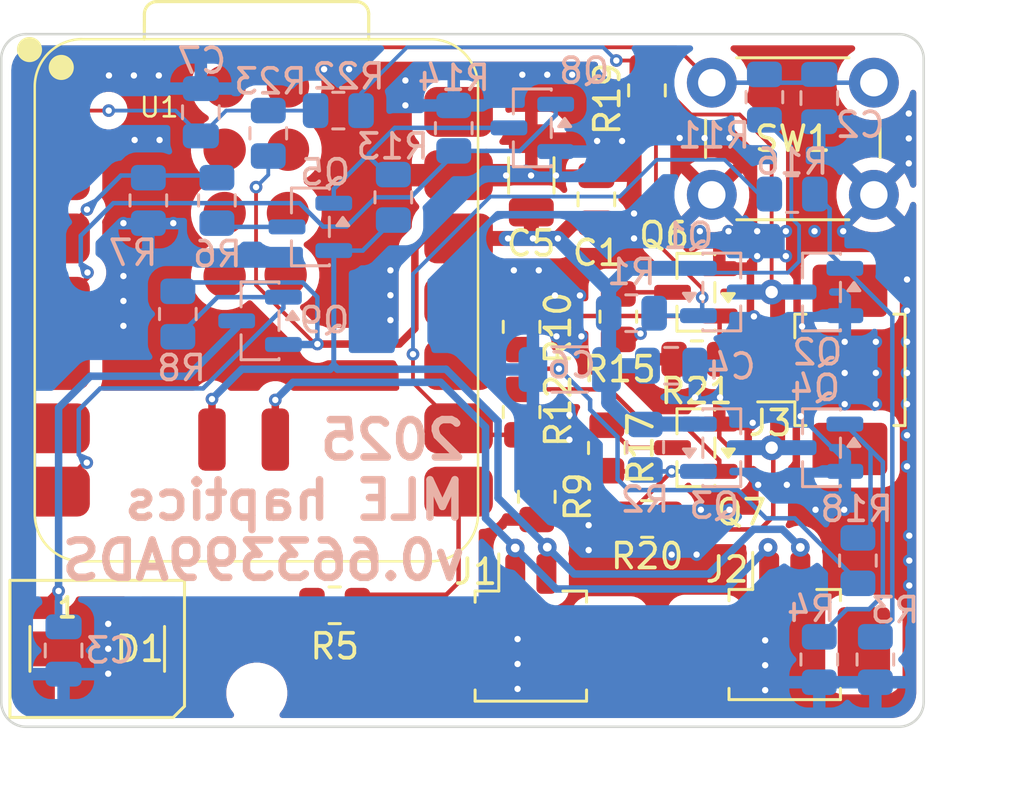
<source format=kicad_pcb>
(kicad_pcb (version 20241229) (generator "pcbnew") (generator_version "9.0")
  (layers (0 "F.Cu" signal) (2 "B.Cu" signal) (13 "F.Paste" user) (15 "B.Paste" user) (5 "F.SilkS" user "F.Silkscreen") (7 "B.SilkS" user "B.Silkscreen") (1 "F.Mask" user) (3 "B.Mask" user) (25 "Edge.Cuts" user))
  (net 0 "")
  (net 1 "GND")
  (net 2 "+BATT")
  (net 3 "/readBatt")
  (net 5 "Net-(Q2-G)")
  (net 12 "Net-(Q4-G)")
  (net 13 "Net-(Q6-G)")
  (net 14 "/sw1")
  (net 16 "-BATT")
  (net 17 "Net-(Q6-D)")
  (net 18 "/motor_ctrl_A")
  (net 21 "/motor_ctrl_B")
  (net 22 "/readBatteryR1")
  (net 23 "/readBatteryEnable")
  (net 24 "/led_ctr")
  (net 25 "/WS2812_VDD")
  (net 27 "3V3")
  (net 28 "Net-(Q1-G)")
  (net 29 "Net-(Q3-G)")
  (net 30 "Net-(Q7-G)")
  (net 31 "/WS2812B_VDD_ENABLE")
  (net 32 "Net-(Q5-G)")
  (net 33 "Net-(U1-GPIO17_D7_RX)")
  (net 35 "/motor_sense_A")
  (net 39 "Net-(Q7-D)")
  (net 44 "/motor_out_A")
  (net 45 "/motor_out_B")
  (footprint "Resistor_SMD:R_0805_2012Metric" (layer "F.Cu") (at 141.9 79.85 180)
    (property "Reference" "R21")
    (property "Value" "10k")
  )
  (footprint "Resistor_SMD:R_0805_2012Metric" (layer "F.Cu") (at 138.29 83.41 -90)
    (property "Reference" "R17")
    (property "Value" "22")
  )
  (footprint "LED_SMD:LED_WS2812B_PLCC4_5.0x5.0mm_P3.2mm" (layer "F.Cu") (at 117.85 91.475)
    (property "Reference" "D1")
    (property "Value" "WS2812B")
  )
  (footprint "Package_TO_SOT_SMD:SOT-23" (layer "F.Cu") (at 141.8625 77.1625 180)
    (property "Reference" "Q6")
    (property "Value" "AO3400A")
  )
  (footprint "Resistor_SMD:R_0805_2012Metric" (layer "F.Cu") (at 134.87 81.97 -90)
    (property "Reference" "R12")
    (property "Value" "22")
  )
  (footprint "Seeed Studio XIAO Series Library:XIAO-ESP32C6-SMD" (layer "F.Cu") (at 124.46 77.52)
    (property "Reference" "U1")
    (property "Value" "XIAO-ESP32-C6-SMD")
  )
  (footprint "Resistor_SMD:R_0805_2012Metric" (layer "F.Cu") (at 138.75 78.14 90)
    (property "Reference" "R15")
    (property "Value" "22")
  )
  (footprint "Resistor_SMD:R_0805_2012Metric" (layer "F.Cu") (at 139.9075 86.26 180)
    (property "Reference" "R20")
    (property "Value" "100k")
  )
  (footprint "Connector_Molex:Molex_PicoBlade_53261-0271_1x02-1MP_P1.25mm_Horizontal" (layer "F.Cu") (at 145.425 90.8)
    (property "Reference" "J2")
    (property "Value" "Conn_01x02_MountingPin")
  )
  (footprint "Package_TO_SOT_SMD:SOT-23" (layer "F.Cu") (at 141.8625 83.4 180)
    (property "Reference" "Q7")
    (property "Value" "AO3400A")
  )
  (footprint "Resistor_SMD:R_0805_2012Metric" (layer "F.Cu") (at 134.87 78.55 90)
    (property "Reference" "R10")
    (property "Value" "22")
  )
  (footprint "Connector_Molex:Molex_PicoBlade_53261-0271_1x02-1MP_P1.25mm_Horizontal" (layer "F.Cu") (at 135.241116 90.862385)
    (property "Reference" "J1")
    (property "Value" "Conn_01x02_MountingPin")
  )
  (footprint "MountingHole:MountingHole_2.2mm_M2_DIN965" (layer "F.Cu") (at 124.25 93.25)
    (property "Reference" "H1" (hide yes))
    (property "Value" "MountingHole")
  )
  (footprint "Capacitor_SMD:C_1206_3216Metric" (layer "F.Cu") (at 135.26 72.47 -90)
    (property "Reference" "C5")
    (property "Value" "47uF")
  )
  (footprint "Button_Switch_THT:SW_PUSH_6mm_H5mm" (layer "F.Cu") (at 142.5 68.75)
    (property "Reference" "SW1")
    (property "Value" "SW_Push")
  )
  (footprint "Connector_Molex:Molex_PicoBlade_53261-0271_1x02-1MP_P1.25mm_Horizontal" (layer "F.Cu") (at 147.54 80.275 90)
    (property "Reference" "J3")
    (property "Value" "Conn_01x02_MountingPin")
  )
  (footprint "Resistor_SMD:R_0805_2012Metric" (layer "F.Cu") (at 127.375 89.725 180)
    (property "Reference" "R5")
    (property "Value" "62R")
  )
  (footprint "Resistor_SMD:R_0805_2012Metric" (layer "F.Cu") (at 135.48 85.37 -90)
    (property "Reference" "R9")
    (property "Value" "10k")
  )
  (footprint "Resistor_SMD:R_0805_2012Metric" (layer "F.Cu") (at 139.899592 69.059444 -90)
    (property "Reference" "R19")
    (property "Value" "100k")
  )
  (footprint "Capacitor_SMD:C_0805_2012Metric" (layer "F.Cu") (at 137.87 73.43 -90)
    (property "Reference" "C1")
    (property "Value" "10uF")
  )
  (footprint "Package_TO_SOT_SMD:SOT-23" (layer "B.Cu") (at 146.9 83.4 180)
    (property "Reference" "Q4")
    (property "Value" "AO3400A")
  )
  (footprint "Resistor_SMD:R_0805_2012Metric" (layer "B.Cu") (at 122.65 73.475 -90)
    (property "Reference" "R6")
    (property "Value" "3.3k")
  )
  (footprint "Capacitor_SMD:C_0805_2012Metric" (layer "B.Cu") (at 122.006415 69.93584 -90)
    (property "Reference" "C7")
    (property "Value" "15nF")
  )
  (footprint "Capacitor_SMD:C_0805_2012Metric" (layer "B.Cu") (at 116.5 91.5375 90)
    (property "Reference" "C3")
    (property "Value" ".1uF")
  )
  (footprint "Resistor_SMD:R_0805_2012Metric" (layer "B.Cu") (at 149.06 91.9 90)
    (property "Reference" "R3")
    (property "Value" "10k")
  )
  (footprint "Resistor_SMD:R_0805_2012Metric" (layer "B.Cu") (at 119.9 73.475 -90)
    (property "Reference" "R7")
    (property "Value" "10k")
  )
  (footprint "Resistor_SMD:R_0805_2012Metric" (layer "B.Cu") (at 144.61 69.33 90)
    (property "Reference" "R11")
    (property "Value" "10k")
  )
  (footprint "Resistor_SMD:R_0805_2012Metric" (layer "B.Cu") (at 124.71 70.78 -90)
    (property "Reference" "R23")
    (property "Value" "10k")
  )
  (footprint "Resistor_SMD:R_0805_2012Metric" (layer "B.Cu") (at 145.72 73.22 180)
    (property "Reference" "R16")
    (property "Value" "22")
  )
  (footprint "Resistor_SMD:R_0805_2012Metric" (layer "B.Cu") (at 148.36 87.93 90)
    (property "Reference" "R18")
    (property "Value" "22")
  )
  (footprint "Resistor_SMD:R_0805_2012Metric" (layer "B.Cu") (at 132.15 70.575 -90)
    (property "Reference" "R14")
    (property "Value" "10k")
  )
  (footprint "Package_TO_SOT_SMD:SOT-23" (layer "B.Cu") (at 126.4 74.5375 180)
    (property "Reference" "Q5")
    (property "Value" "AO3401A")
  )
  (footprint "Capacitor_SMD:C_0805_2012Metric" (layer "B.Cu") (at 146.81 69.3675 -90)
    (property "Reference" "C2")
    (property "Value" "1uF")
  )
  (footprint "Package_TO_SOT_SMD:SOT-23" (layer "B.Cu") (at 146.9 77.15 180)
    (property "Reference" "Q2")
    (property "Value" "AO3400A")
  )
  (footprint "Package_TO_SOT_SMD:SOT-23" (layer "B.Cu") (at 142.9 77.15)
    (property "Reference" "Q1")
    (property "Value" "AO3401A")
  )
  (footprint "Resistor_SMD:R_0805_2012Metric" (layer "B.Cu") (at 129.725 73.35 -90)
    (property "Reference" "R13")
    (property "Value" "10k")
  )
  (footprint "Resistor_SMD:R_0805_2012Metric" (layer "B.Cu") (at 139.275 78 180)
    (property "Reference" "R1")
    (property "Value" "10k")
  )
  (footprint "Package_TO_SOT_SMD:SOT-23" (layer "B.Cu") (at 142.9 83.4)
    (property "Reference" "Q3")
    (property "Value" "AO3401A")
  )
  (footprint "Capacitor_SMD:C_1206_3216Metric" (layer "B.Cu") (at 136.8 80.26)
    (property "Reference" "C6")
    (property "Value" "100uF")
  )
  (footprint "Resistor_SMD:R_0805_2012Metric" (layer "B.Cu") (at 146.81 91.9 90)
    (property "Reference" "R4")
    (property "Value" "10k")
  )
  (footprint "Package_TO_SOT_SMD:SOT-23" (layer "B.Cu") (at 124.38 78.3075 180)
    (property "Reference" "Q9")
    (property "Value" "AO3401A")
  )
  (footprint "Capacitor_SMD:C_0805_2012Metric" (layer "B.Cu") (at 140.87 80.11 180)
    (property "Reference" "C4")
    (property "Value" ".1uF")
  )
  (footprint "Resistor_SMD:R_0805_2012Metric" (layer "B.Cu") (at 121.082934 78.03446 90)
    (property "Reference" "R8")
    (property "Value" "10k")
  )
  (footprint "Package_TO_SOT_SMD:SOT-23" (layer "B.Cu") (at 135.3 70.5625 180)
    (property "Reference" "Q8")
    (property "Value" "AO3400A")
  )
  (footprint "Resistor_SMD:R_0805_2012Metric" (layer "B.Cu") (at 139.83 83.38 90)
    (property "Reference" "R2")
    (property "Value" "10k")
  )
  (footprint "Resistor_SMD:R_0805_2012Metric" (layer "B.Cu") (at 127.52 69.87 180)
    (property "Reference" "R22")
    (property "Value" "10k")
  )
  (gr_arc (start 114 67.8) (mid 114.292893 67.092893) (end 115 66.8) (stroke (width 0.1)) (layer "Edge.Cuts"))
  (gr_line (start 151 93.6) (end 151 67.8) (stroke (width 0.1)) (layer "Edge.Cuts"))
  (gr_arc (start 150 66.8) (mid 150.707107 67.092893) (end 151 67.8) (stroke (width 0.1)) (layer "Edge.Cuts"))
  (gr_arc (start 115 94.6) (mid 114.292893 94.307107) (end 114 93.6) (stroke (width 0.1)) (layer "Edge.Cuts"))
  (gr_line (start 150 94.6) (end 115 94.6) (stroke (width 0.1)) (layer "Edge.Cuts"))
  (gr_line (start 115 66.8) (end 150 66.8) (stroke (width 0.1)) (layer "Edge.Cuts"))
  (gr_arc (start 151 93.6) (mid 150.707107 94.307107) (end 150 94.6) (stroke (width 0.1)) (layer "Edge.Cuts"))
  (gr_line (start 114 93.6) (end 114 67.8) (stroke (width 0.1)) (layer "Edge.Cuts"))
  (gr_text "2025\nMLE haptics\nv0.663399ADS" (at 132.75 88.8 0) (layer "B.SilkS") (effects (font (size 1.5 1.5) (thickness 0.3) (bold yes)) (justify left bottom mirror)))
  (segment (start 132.3434 72.4615) (end 128.8865 72.4615) (width 0.9) (layer "F.Cu") (net 1))
  (segment (start 142.8 82.984676) (end 143.255324 83.44) (width 0.18) (layer "F.Cu") (net 1))
  (segment (start 145.51 84.89) (end 145.89 84.51) (width 0.3) (layer "F.Cu") (net 1))
  (segment (start 143.78 79.01) (end 143.78 80.82) (width 0.3) (layer "F.Cu") (net 1))
  (segment (start 144.36 84.95) (end 144.36 84.99) (width 0.18) (layer "F.Cu") (net 1))
  (segment (start 145.89 84.51) (end 145.89 82.31) (width 0.3) (layer "F.Cu") (net 1))
  (segment (start 132.3434 72.4615) (end 134.2365 72.4615) (width 0.9) (layer "F.Cu") (net 1))
  (segment (start 143.255324 83.44) (end 143.96 83.44) (width 0.18) (layer "F.Cu") (net 1))
  (segment (start 146.12 78.53) (end 145.92 78.33) (width 0.3) (layer "F.Cu") (net 1))
  (segment (start 144.14 82.4) (end 143.96 82.58) (width 0.3) (layer "F.Cu") (net 1))
  (segment (start 129.61 76.28) (end 128.8865 75.5565) (width 0.3) (layer "F.Cu") (net 1))
  (segment (start 145.92 76.16) (end 145.47 75.71) (width 0.3) (layer "F.Cu") (net 1))
  (segment (start 144.049 77.989) (end 144.19 78.13) (width 0.3) (layer "F.Cu") (net 1))
  (segment (start 143.96 84.49) (end 144.36 84.89) (width 0.3) (layer "F.Cu") (net 1))
  (segment (start 144.19 78.13) (end 144.19 78.6) (width 0.3) (layer "F.Cu") (net 1))
  (segment (start 143.96 83.44) (end 143.96 84.49) (width 0.3) (layer "F.Cu") (net 1))
  (segment (start 142.8 82.45) (end 142.8 82.984676) (width 0.18) (layer "F.Cu") (net 1))
  (segment (start 143.22 81.38) (end 142.83 81.38) (width 0.3) (layer "F.Cu") (net 1))
  (segment (start 145.89 82.31) (end 146.063912 82.136088) (width 0.3) (layer "F.Cu") (net 1))
  (segment (start 143.78 80.82) (end 143.22 81.38) (width 0.3) (layer "F.Cu") (net 1))
  (segment (start 128.8865 75.5565) (end 128.8865 72.4615) (width 0.3) (layer "F.Cu") (net 1))
  (segment (start 144.049 75.981) (end 144.049 77.989) (width 0.3) (layer "F.Cu") (net 1))
  (segment (start 143.96 82.58) (end 143.96 83.44) (width 0.3) (layer "F.Cu") (net 1))
  (segment (start 144.32 75.71) (end 144.049 75.981) (width 0.3) (layer "F.Cu") (net 1))
  (segment (start 145.92 78.33) (end 145.92 76.16) (width 0.3) (layer "F.Cu") (net 1))
  (segment (start 144.19 78.6) (end 143.78 79.01) (width 0.3) (layer "F.Cu") (net 1))
  (via (at 130.21 69.66) (size 0.508) (drill 0.254) (layers "F.Cu" "B.Cu") (net 1))
  (via (at 147.83 81.65) (size 0.508) (drill 0.254) (layers "F.Cu" "B.Cu") (net 1))
  (via (at 150.42 88.93) (size 0.508) (drill 0.254) (layers "F.Cu" "B.Cu") (net 1))
  (via (at 118.32 68.46) (size 0.508) (drill 0.254) (layers "F.Cu" "B.Cu") (net 1))
  (via (at 143.21 70.97) (size 0.508) (drill 0.254) (layers "F.Cu" "B.Cu") (net 1))
  (via (at 150.401097 71.986958) (size 0.508) (drill 0.254) (layers "F.Cu" "B.Cu") (net 1))
  (via (at 118.9 77.51) (size 0.508) (drill 0.254) (layers "F.Cu" "B.Cu") (net 1))
  (via (at 142.83 81.38) (size 0.508) (drill 0.254) (layers "F.Cu" "B.Cu") (net 1))
  (via (at 145.47 75.71) (size 0.508) (drill 0.254) (layers "F.Cu" "B.Cu") (net 1))
  (via (at 129.61 76.28) (size 0.508) (drill 0.254) (layers "F.Cu" "B.Cu") (net 1))
  (via (at 137.9 71.09) (size 0.508) (drill 0.254) (layers "F.Cu" "B.Cu") (net 1))
  (via (at 129.61 77.28) (size 0.508) (drill 0.254) (layers "F.Cu" "B.Cu") (net 1))
  (via (at 142.02 74.71) (size 0.508) (drill 0.254) (layers "F.Cu" "B.Cu") (net 1))
  (via (at 150.33 84.15) (size 0.508) (drill 0.254) (layers "F.Cu" "B.Cu") (net 1))
  (via (at 136.9 68.43) (size 0.508) (drill 0.254) (layers "F.Cu" "B.Cu") (net 1))
  (via (at 149.08 81.65) (size 0.508) (drill 0.254) (layers "F.Cu" "B.Cu") (net 1))
  (via (at 126.95 68.21) (size 0.508) (drill 0.254) (layers "F.Cu" "B.Cu") (net 1))
  (via (at 134.9 68.43) (size 0.508) (drill 0.254) (layers "F.Cu" "B.Cu") (net 1))
  (via (at 144.14 82.4) (size 0.508) (drill 0.254) (layers "F.Cu" "B.Cu") (net 1))
  (via (at 135.56 76.28) (size 0.508) (drill 0.254) (layers "F.Cu" "B.Cu") (net 1))
  (via (at 147.83 80.4) (size 0.508) (drill 0.254) (layers "F.Cu" "B.Cu") (net 1))
  (via (at 144.36 84.89) (size 0.508) (drill 0.254) (layers "F.Cu" "B.Cu") (net 1))
  (via (at 150.33 79.15) (size 0.508) (drill 0.254) (layers "F.Cu" "B.Cu") (net 1))
  (via (at 145.47 74.71) (size 0.508) (drill 0.254) (layers "F.Cu" "B.Cu") (net 1))
  (via (at 141.83 81.38) (size 0.508) (drill 0.254) (layers "F.Cu" "B.Cu") (net 1))
  (via (at 137.56 86.51) (size 0.508) (drill 0.254) (layers "F.Cu" "B.Cu") (net 1))
  (via (at 150.401097 70.986958) (size 0.508) (drill 0.254) (layers "F.Cu" "B.Cu") (net 1))
  (via (at 140.89 87.69) (size 0.508) (drill 0.254) (layers "F.Cu" "B.Cu") (net 1))
  (via (at 118.9 74.3875) (size 0.508) (drill 0.254) (layers "F.Cu" "B.Cu") (net 1))
  (via (at 146.66 85.89) (size 0.508) (drill 0.254) (layers "F.Cu" "B.Cu") (net 1))
  (via (at 127.95 68.21) (size 0.508) (drill 0.254) (layers "F.Cu" "B.Cu") (net 1))
  (via (at 147.83 79.15) (size 0.508) (drill 0.254) (layers "F.Cu" "B.Cu") (net 1))
  (via (at 144.64 91.13) (size 0.508) (drill 0.254) (layers "F.Cu" "B.Cu") (net 1))
  (via (at 146.063912 82.136088) (size 0.508) (drill 0.254) (layers "F.Cu" "B.Cu") (net 1))
  (via (at 118.9 78.51) (size 0.508) (drill 0.254) (layers "F.Cu" "B.Cu") (net 1))
  (via (at 136.79 83.08) (size 0.508) (drill 0.254) (layers "F.Cu" "B.Cu") (net 1))
  (via (at 120.35 71.05) (size 0.508) (drill 0.254) (layers "F.Cu" "B.Cu") (net 1))
  (via (at 137.56 87.51) (size 0.508) (drill 0.254) (layers "F.Cu" "B.Cu") (net 1))
  (via (at 118.29 90.47) (size 0.508) (drill 0.254) (layers "F.Cu" "B.Cu") (net 1))
  (via (at 150.42 86.93) (size 0.508) (drill 0.254) (layers "F.Cu" "B.Cu") (net 1))
  (via (at 150.33 81.65) (size 0.508) (drill 0.254) (layers "F.Cu" "B.Cu") (net 1))
  (via (at 141.89 87.69) (size 0.508) (drill 0.254) (layers "F.Cu" "B.Cu") (net 1))
  (via (at 139.38 74) (size 0.508) (drill 0.254) (layers "F.Cu" "B.Cu") (net 1))
  (via (at 134.25 72.475) (size 0.508) (drill 0.254) (layers "F.Cu" "B.Cu") (net 1))
  (via (at 150.33 82.9) (size 0.508) (drill 0.254) (layers "F.Cu" "B.Cu") (net 1))
  (via (at 134.56 76.28) (size 0.508) (drill 0.254) (layers "F.Cu" "B.Cu") (net 1))
  (via (at 141.21 70.97) (size 0.508) (drill 0.254) (layers "F.Cu" "B.Cu") (net 1))
  (via (at 137.21 77.29) (size 0.508) (drill 0.254) (layers "F.Cu" "B.Cu") (net 1))
  (via (at 118.29 92.47) (size 0.508) (drill 0.254) (layers "F.Cu" "B.Cu") (net 1))
  (via (at 139.38 75) (size 0.508) (drill 0.254) (layers "F.Cu" "B.Cu") (net 1))
  (via (at 143.17 74.71) (size 0.508) (drill 0.254) (layers "F.Cu" "B.Cu") (net 1))
  (via (at 135.25 72.475) (size 0.508) (drill 0.254) (layers "F.Cu" "B.Cu") (net 1))
  (via (at 119.32 68.46) (size 0.508) (drill 0.254) (layers "F.Cu" "B.Cu") (net 1))
  (via (at 149.08 80.4) (size 0.508) (drill 0.254) (layers "F.Cu" "B.Cu") (net 1))
  (via (at 136.79 82.08) (size 0.508) (drill 0.254) (layers "F.Cu" "B.Cu") (net 1))
  (via (at 135.9 68.43) (size 0.508) (drill 0.254) (layers "F.Cu" "B.Cu") (net 1))
  (via (at 150.33 77.9) (size 0.508) (drill 0.254) (layers "F.Cu" "B.Cu") (net 1))
  (via (at 137.27 78.93) (size 0.508) (drill 0.254) (layers "F.Cu" "B.Cu") (net 1))
  (via (at 136.21 77.29) (size 0.508) (drill 0.254) (layers "F.Cu" "B.Cu") (net 1))
  (via (at 120.32 68.46) (size 0.508) (drill 0.254) (layers "F.Cu" "B.Cu") (net 1))
  (via (at 134.71 92.08) (size 0.508) (drill 0.254) (layers "F.Cu" "B.Cu") (net 1))
  (via (at 144.32 74.71) (size 0.508) (drill 0.254) (layers "F.Cu" "B.Cu") (net 1))
  (via (at 136.27 78.93) (size 0.508) (drill 0.254) (layers "F.Cu" "B.Cu") (net 1))
  (via (at 147.81 85.89) (size 0.508) (drill 0.254) (layers "F.Cu" "B.Cu") (net 1))
  (via (at 150.42 87.93) (size 0.508) (drill 0.254) (layers "F.Cu" "B.Cu") (net 1))
  (via (at 146.12 78.53) (size 0.508) (drill 0.254) (layers "F.Cu" "B.Cu") (net 1))
  (via (at 119.35 71.05) (size 0.508) (drill 0.254) (layers "F.Cu" "B.Cu") (net 1))
  (via (at 150.401097 69.986958) (size 0.508) (drill 0.254) (layers "F.Cu" "B.Cu") (net 1))
  (via (at 118.9 76.51) (size 0.508) (drill 0.254) (layers "F.Cu" "B.Cu") (net 1))
  (via (at 136.25 72.475) (size 0.508) (drill 0.254) (layers "F.Cu" "B.Cu") (net 1))
  (via (at 144.19 78.13) (size 0.508) (drill 0.254) (layers "F.Cu" "B.Cu") (net 1))
  (via (at 144.32 75.71) (size 0.508) (drill 0.254) (layers "F.Cu" "B.Cu") (net 1))
  (via (at 142.21 70.97) (size 0.508) (drill 0.254) (layers "F.Cu" "B.Cu") (net 1))
  (via (at 120.9 74.3875) (size 0.508) (drill 0.254) (layers "F.Cu" "B.Cu") (net 1))
  (via (at 144.64 93.13) (size 0.508) (drill 0.254) (layers "F.Cu" "B.Cu") (net 1))
  (via (at 150.33 76.65) (size 0.508) (drill 0.254) (layers "F.Cu" "B.Cu") (net 1))
  (via (at 150.33 80.4) (size 0.508) (drill 0.254) (layers "F.Cu" "B.Cu") (net 1))
  (via (at 134.71 91.08) (size 0.508) (drill 0.254) (layers "F.Cu" "B.Cu") (net 1))
  (via (at 142.06 85.89) (size 0.508) (drill 0.254) (layers "F.Cu" "B.Cu") (net 1))
  (via (at 134.71 93.08) (size 0.508) (drill 0.254) (layers "F.Cu" "B.Cu") (net 1))
  (via (at 149.08 79.15) (size 0.508) (drill 0.254) (layers "F.Cu" "B.Cu") (net 1))
  (via (at 144.64 92.13) (size 0.508) (drill 0.254) (layers "F.Cu" "B.Cu") (net 1))
  (via (at 129.61 78.28) (size 0.508) (drill 0.254) (layers "F.Cu" "B.Cu") (net 1))
  (via (at 147.77 74.71) (size 0.508) (drill 0.254) (layers "F.Cu" "B.Cu") (net 1))
  (via (at 130.21 68.66) (size 0.508) (drill 0.254) (layers "F.Cu" "B.Cu") (net 1))
  (via (at 146.62 74.71) (size 0.508) (drill 0.254) (layers "F.Cu" "B.Cu") (net 1))
  (via (at 138.9 71.09) (size 0.508) (drill 0.254) (layers "F.Cu" "B.Cu") (net 1))
  (via (at 143.21 85.89) (size 0.508) (drill 0.254) (layers "F.Cu" "B.Cu") (net 1))
  (via (at 118.29 91.47) (size 0.508) (drill 0.254) (layers "F.Cu" "B.Cu") (net 1))
  (via (at 145.51 84.89) (size 0.508) (drill 0.254) (layers "F.Cu" "B.Cu") (net 1))
  (segment (start 147.8375 83.909676) (end 146.063912 82.136088) (width 0.18) (layer "B.Cu") (net 1))
  (segment (start 145.477824 81.55) (end 142.775 81.55) (width 0.18) (layer "B.Cu") (net 1))
  (segment (start 146.063912 82.136088) (end 145.477824 81.55) (width 0.18) (layer "B.Cu") (net 1))
  (segment (start 147.8375 84.35) (end 147.8375 83.909676) (width 0.18) (layer "B.Cu") (net 1))
  (segment (start 122.452 81.448) (end 122.452 83.0732) (width 0.3) (layer "F.Cu") (net 2))
  (segment (start 135.866116 87.425) (end 135.866116 88.462385) (width 0.3) (layer "F.Cu") (net 2))
  (segment (start 146.05 87.4) (end 146.05 88.4) (width 0.3) (layer "F.Cu") (net 2))
  (via (at 135.9 87.391116) (size 0.75) (drill 0.35) (layers "F.Cu" "B.Cu") (net 2))
  (via (at 146.05 87.4) (size 0.75) (drill 0.35) (layers "F.Cu" "B.Cu") (net 2))
  (via (at 122.452 81.448) (size 0.508) (drill 0.254) (layers "F.Cu" "B.Cu") (net 2))
  (segment (start 135.9 87.391116) (end 133.926 85.417116) (width 0.3) (layer "B.Cu") (net 2))
  (segment (start 133.926 82.336) (end 131.84 80.25) (width 0.3) (layer "B.Cu") (net 2))
  (segment (start 128.5 75.4875) (end 127.3375 75.4875) (width 0.18) (layer "B.Cu") (net 2))
  (segment (start 127.3375 80.1) (end 127.1875 80.25) (width 0.3) (layer "B.Cu") (net 2))
  (segment (start 144.176 86.674) (end 145.324 86.674) (width 0.3) (layer "B.Cu") (net 2))
  (segment (start 136.977884 88.469) (end 142.381 88.469) (width 0.3) (layer "B.Cu") (net 2))
  (segment (start 133.926 85.417116) (end 133.926 82.336) (width 0.3) (layer "B.Cu") (net 2))
  (segment (start 131.84 80.25) (end 127.4875 80.25) (width 0.3) (layer "B.Cu") (net 2))
  (segment (start 135.9 87.391116) (end 136.977884 88.469) (width 0.3) (layer "B.Cu") (net 2))
  (segment (start 127.1875 80.25) (end 123.65 80.25) (width 0.3) (layer "B.Cu") (net 2))
  (segment (start 127.3375 80.1) (end 127.3375 76.325) (width 0.2) (layer "B.Cu") (net 2))
  (segment (start 142.381 88.469) (end 144.176 86.674) (width 0.3) (layer "B.Cu") (net 2))
  (segment (start 123.65 80.25) (end 122.452 81.448) (width 0.3) (layer "B.Cu") (net 2))
  (segment (start 129.725 74.2625) (end 128.5 75.4875) (width 0.18) (layer "B.Cu") (net 2))
  (segment (start 127.4875 80.25) (end 127.3375 80.1) (width 0.3) (layer "B.Cu") (net 2))
  (segment (start 127.3375 75.4875) (end 127.3375 76.325) (width 0.2) (layer "B.Cu") (net 2))
  (segment (start 145.324 86.674) (end 146.05 87.4) (width 0.3) (layer "B.Cu") (net 2))
  (segment (start 117.44 73.84) (end 116.2785 75.0015) (width 0.18) (layer "F.Cu") (net 3))
  (via (at 117.44 73.84) (size 0.508) (drill 0.254) (layers "F.Cu" "B.Cu") (net 3))
  (segment (start 118.799666 72.475) (end 122.65 72.475) (width 0.18) (layer "B.Cu") (net 3))
  (segment (start 117.44 73.84) (end 117.44 73.834666) (width 0.18) (layer "B.Cu") (net 3))
  (segment (start 117.44 73.834666) (end 118.799666 72.475) (width 0.18) (layer "B.Cu") (net 3))
  (segment (start 147.225 75.5875) (end 147.225 73.8125) (width 0.18) (layer "B.Cu") (net 5))
  (segment (start 147.8375 76.2) (end 147.225 75.5875) (width 0.18) (layer "B.Cu") (net 5))
  (segment (start 147.225 73.8125) (end 146.6325 73.22) (width 0.18) (layer "B.Cu") (net 5))
  (segment (start 149.74 78.1025) (end 147.8375 76.2) (width 0.18) (layer "B.Cu") (net 5))
  (segment (start 149.74 90.3075) (end 149.74 78.1025) (width 0.18) (layer "B.Cu") (net 5))
  (segment (start 149.06 90.9875) (end 149.74 90.3075) (width 0.18) (layer "B.Cu") (net 5))
  (segment (start 147.9175 89.88) (end 148.807018 89.88) (width 0.18) (layer "B.Cu") (net 12))
  (segment (start 149.359 89.328018) (end 149.359 83.9715) (width 0.18) (layer "B.Cu") (net 12))
  (segment (start 148.36 87.0175) (end 148.866 86.5115) (width 0.18) (layer "B.Cu") (net 12))
  (segment (start 148.866 86.5115) (end 148.866 83.4785) (width 0.18) (layer "B.Cu") (net 12))
  (segment (start 148.866 83.4785) (end 147.8375 82.45) (width 0.18) (layer "B.Cu") (net 12))
  (segment (start 146.81 90.9875) (end 147.9175 89.88) (width 0.18) (layer "B.Cu") (net 12))
  (segment (start 149.359 83.9715) (end 147.8375 82.45) (width 0.18) (layer "B.Cu") (net 12))
  (segment (start 148.807018 89.88) (end 149.359 89.328018) (width 0.18) (layer "B.Cu") (net 12))
  (segment (start 135.345 78.1125) (end 142.8 78.1125) (width 0.18) (layer "F.Cu") (net 13))
  (segment (start 134.87 77.6375) (end 135.345 78.1125) (width 0.18) (layer "F.Cu") (net 13))
  (segment (start 142.8125 79.85) (end 142.8125 78.125) (width 0.18) (layer "F.Cu") (net 13))
  (segment (start 114.5262 70.8093) (end 116.1784 72.4615) (width 0.1524) (layer "F.Cu") (net 14))
  (segment (start 141.08 67.33) (end 115.27 67.33) (width 0.1524) (layer "F.Cu") (net 14))
  (segment (start 142.5 68.75) (end 141.08 67.33) (width 0.1524) (layer "F.Cu") (net 14))
  (segment (start 114.5262 68.0738) (end 114.5262 70.8093) (width 0.1524) (layer "F.Cu") (net 14))
  (segment (start 115.27 67.33) (end 114.5262 68.0738) (width 0.1524) (layer "F.Cu") (net 14))
  (segment (start 149 68.75) (end 142.5 68.75) (width 0.18) (layer "B.Cu") (net 14))
  (segment (start 144.755808 87.4) (end 144.755808 88.355808) (width 0.3) (layer "F.Cu") (net 16))
  (segment (start 134.616116 87.425) (end 134.616116 88.462385) (width 0.3) (layer "F.Cu") (net 16))
  (segment (start 124.992 81.483) (end 124.992 83.0732) (width 0.3) (layer "F.Cu") (net 16))
  (via (at 124.992 81.483) (size 0.508) (drill 0.254) (layers "F.Cu" "B.Cu") (net 16))
  (via (at 134.616116 87.425) (size 0.75) (drill 0.35) (layers "F.Cu" "B.Cu") (net 16))
  (via (at 144.755808 87.4) (size 0.75) (drill 0.35) (layers "F.Cu" "B.Cu") (net 16))
  (segment (start 124.992 81.483) (end 125.7 80.775) (width 0.3) (layer "B.Cu") (net 16))
  (segment (start 133.425 82.575) (end 133.425 86.233884) (width 0.3) (layer "B.Cu") (net 16))
  (segment (start 134.616116 87.425) (end 136.261116 89.07) (width 0.3) (layer "B.Cu") (net 16))
  (segment (start 136.261116 89.07) (end 143.085808 89.07) (width 0.3) (layer "B.Cu") (net 16))
  (segment (start 125.7 80.775) (end 131.625 80.775) (width 0.3) (layer "B.Cu") (net 16))
  (segment (start 143.085808 89.07) (end 144.755808 87.4) (width 0.3) (layer "B.Cu") (net 16))
  (segment (start 131.625 80.775) (end 133.425 82.575) (width 0.3) (layer "B.Cu") (net 16))
  (segment (start 133.425 86.233884) (end 134.616116 87.425) (width 0.3) (layer "B.Cu") (net 16))
  (segment (start 138.815 77.1625) (end 140.925 77.1625) (width 0.18) (layer "F.Cu") (net 17))
  (segment (start 135.637465 80.229965) (end 134.87 79.4625) (width 0.18) (layer "F.Cu") (net 18))
  (segment (start 132.3434 77.5415) (end 132.949 77.5415) (width 0.18) (layer "F.Cu") (net 18))
  (segment (start 136.367592 80.229965) (end 135.637465 80.229965) (width 0.18) (layer "F.Cu") (net 18))
  (segment (start 132.949 77.5415) (end 134.87 79.4625) (width 0.18) (layer "F.Cu") (net 18))
  (via (at 136.367592 80.229965) (size 0.508) (drill 0.254) (layers "F.Cu" "B.Cu") (net 18))
  (segment (start 144.673 86.233) (end 145.824867 86.233) (width 0.18) (layer "B.Cu") (net 18))
  (segment (start 138.72 82.97) (end 138.72 84.667018) (width 0.18) (layer "B.Cu") (net 18))
  (segment (start 139.152982 85.1) (end 143.54 85.1) (width 0.18) (layer "B.Cu") (net 18))
  (segment (start 136.367592 80.229965) (end 137.62 81.482373) (width 0.18) (layer "B.Cu") (net 18))
  (segment (start 137.62 81.87) (end 138.72 82.97) (width 0.18) (layer "B.Cu") (net 18))
  (segment (start 138.72 84.667018) (end 139.152982 85.1) (width 0.18) (layer "B.Cu") (net 18))
  (segment (start 145.824867 86.233) (end 148.36 88.768133) (width 0.18) (layer "B.Cu") (net 18))
  (segment (start 137.62 81.482373) (end 137.62 81.87) (width 0.18) (layer "B.Cu") (net 18))
  (segment (start 143.54 85.1) (end 144.673 86.233) (width 0.18) (layer "B.Cu") (net 18))
  (segment (start 130.5144 80.7925) (end 132.3434 82.6215) (width 0.1524) (layer "F.Cu") (net 21))
  (segment (start 130.5144 79.646) (end 130.5144 80.7925) (width 0.1524) (layer "F.Cu") (net 21))
  (segment (start 132.6044 82.8825) (end 134.87 82.8825) (width 0.18) (layer "F.Cu") (net 21))
  (via (at 130.5144 79.646) (size 0.508) (drill 0.254) (layers "F.Cu" "B.Cu") (net 21))
  (segment (start 138.81 73.32) (end 133.62 73.32) (width 0.1524) (layer "B.Cu") (net 21))
  (segment (start 144.39 73.22) (end 143.013608 71.843608) (width 0.1524) (layer "B.Cu") (net 21))
  (segment (start 133.62 73.32) (end 130.5144 76.4256) (width 0.1524) (layer "B.Cu") (net 21))
  (segment (start 140.286392 71.843608) (end 138.81 73.32) (width 0.1524) (layer "B.Cu") (net 21))
  (segment (start 130.5144 76.4256) (end 130.5144 79.646) (width 0.1524) (layer "B.Cu") (net 21))
  (segment (start 143.013608 71.843608) (end 140.286392 71.843608) (width 0.1524) (layer "B.Cu") (net 21))
  (segment (start 125.4625 74.5375) (end 122.7125 74.5375) (width 0.18) (layer "B.Cu") (net 22))
  (segment (start 117.459266 76.368284) (end 117.459266 76.580734) (width 0.18) (layer "F.Cu") (net 23))
  (segment (start 117.459266 76.580734) (end 116.4985 77.5415) (width 0.18) (layer "F.Cu") (net 23))
  (via (at 117.459266 76.368284) (size 0.508) (drill 0.254) (layers "F.Cu" "B.Cu") (net 23))
  (segment (start 118.496 73.584) (end 125.968676 73.584) (width 0.18) (layer "B.Cu") (net 23))
  (segment (start 130.425 73.35) (end 132.15 71.625) (width 0.18) (layer "B.Cu") (net 23))
  (segment (start 125.968676 73.584) (end 126.909676 74.525) (width 0.18) (layer "B.Cu") (net 23))
  (segment (start 117.459266 76.339266) (end 117.19 76.07) (width 0.18) (layer "B.Cu") (net 23))
  (segment (start 134.802824 71.4875) (end 136.2375 70.052824) (width 0.18) (layer "B.Cu") (net 23))
  (segment (start 117.459266 76.368284) (end 117.459266 76.339266) (width 0.18) (layer "B.Cu") (net 23))
  (segment (start 132.15 71.4875) (end 134.802824 71.4875) (width 0.18) (layer "B.Cu") (net 23))
  (segment (start 127.85 74.525) (end 129.025 73.35) (width 0.18) (layer "B.Cu") (net 23))
  (segment (start 126.909676 74.525) (end 127.85 74.525) (width 0.18) (layer "B.Cu") (net 23))
  (segment (start 136.2375 70.052824) (end 136.2375 69.6125) (width 0.18) (layer "B.Cu") (net 23))
  (segment (start 129.025 73.35) (end 130.425 73.35) (width 0.18) (layer "B.Cu") (net 23))
  (segment (start 117.19 74.89) (end 118.496 73.584) (width 0.18) (layer "B.Cu") (net 23))
  (segment (start 117.19 76.07) (end 117.19 74.89) (width 0.18) (layer "B.Cu") (net 23))
  (segment (start 120.7 89.5) (end 126.125 89.5) (width 0.18) (layer "F.Cu") (net 24))
  (segment (start 116.3 89.15) (end 115.625 89.825) (width 0.3) (layer "F.Cu") (net 25))
  (via (at 116.3 89.15) (size 0.508) (drill 0.254) (layers "F.Cu" "B.Cu") (net 25))
  (segment (start 116.3 89.15) (end 116.3 90.3875) (width 0.3) (layer "B.Cu") (net 25))
  (segment (start 116.3 89.15) (end 116.3 81.8) (width 0.3) (layer "B.Cu") (net 25))
  (segment (start 121.49 80.53) (end 123.4425 78.5775) (width 0.3) (layer "B.Cu") (net 25))
  (segment (start 117.57 80.53) (end 121.49 80.53) (width 0.3) (layer "B.Cu") (net 25))
  (segment (start 116.3 81.8) (end 117.57 80.53) (width 0.3) (layer "B.Cu") (net 25))
  (segment (start 123.4425 78.5775) (end 123.4425 78.3075) (width 0.3) (layer "B.Cu") (net 25))
  (segment (start 132.3434 75.0015) (end 136.3265 75.0015) (width 0.6) (layer "F.Cu") (net 27))
  (segment (start 130.59 75.3799) (end 130.9684 75.0015) (width 0.3) (layer "F.Cu") (net 27))
  (segment (start 126.590098 79.24) (end 126.68 79.24) (width 0.1524) (layer "F.Cu") (net 27))
  (segment (start 124.22 76.869902) (end 126.590098 79.24) (width 0.1524) (layer "F.Cu") (net 27))
  (segment (start 126.570582 79.24) (end 126.68 79.24) (width 0.18) (layer "F.Cu") (net 27))
  (segment (start 136.948 74.38) (end 137.87 74.38) (width 0.6) (layer "F.Cu") (net 27))
  (segment (start 129.9656 79.24) (end 130.59 78.6156) (width 0.3) (layer "F.Cu") (net 27))
  (segment (start 135.26 73.945) (end 135.26 74.935) (width 0.6) (layer "F.Cu") (net 27))
  (segment (start 130.59 78.6156) (end 130.59 75.3799) (width 0.3) (layer "F.Cu") (net 27))
  (segment (start 124.22 72.94) (end 124.22 76.869902) (width 0.1524) (layer "F.Cu") (net 27))
  (segment (start 136.3265 75.0015) (end 136.948 74.38) (width 0.6) (layer "F.Cu") (net 27))
  (segment (start 135.26 74.935) (end 135.3265 75.0015) (width 0.6) (layer "F.Cu") (net 27))
  (segment (start 130.9684 75.0015) (end 132.3434 75.0015) (width 0.3) (layer "F.Cu") (net 27))
  (segment (start 126.68 79.24) (end 129.9656 79.24) (width 0.3) (layer "F.Cu") (net 27))
  (via (at 136.3265 75.0015) (size 0.508) (drill 0.254) (layers "F.Cu" "B.Cu") (net 27))
  (via (at 126.68 79.24) (size 0.508) (drill 0.254) (layers "F.Cu" "B.Cu") (net 27))
  (via (at 134.3265 75.0015) (size 0.508) (drill 0.254) (layers "F.Cu" "B.Cu") (net 27))
  (via (at 124.22 72.94) (size 0.508) (drill 0.254) (layers "F.Cu" "B.Cu") (net 27))
  (via (at 135.3265 75.0015) (size 0.508) (drill 0.254) (layers "F.Cu" "B.Cu") (net 27))
  (segment (start 126.091824 76.7665) (end 126.68 77.354676) (width 0.18) (layer "B.Cu") (net 27))
  (segment (start 139.22 82.45) (end 138.3625 81.5925) (width 0.6) (layer "B.Cu") (net 27))
  (segment (start 138.3625 77.0375) (end 138.3625 78) (width 0.6) (layer "B.Cu") (net 27))
  (segment (start 136.3265 75.0015) (end 138.3625 77.0375) (width 0.6) (layer "B.Cu") (net 27))
  (segment (start 138.3625 81.5925) (end 138.3625 78) (width 0.6) (layer "B.Cu") (net 27))
  (segment (start 125.3175 79.2575) (end 126.6625 79.2575) (width 0.3) (layer "B.Cu") (net 27))
  (segment (start 121.438394 76.7665) (end 126.091824 76.7665) (width 0.18) (layer "B.Cu") (net 27))
  (segment (start 145.690031 71.322531) (end 145.690031 74.1788) (width 0.1524) (layer "B.Cu") (net 27))
  (segment (start 124.71 71.6925) (end 124.71 72.45) (width 0.1524) (layer "B.Cu") (net 27))
  (segment (start 126.6625 79.2575) (end 126.68 79.24) (width 0.3) (layer "B.Cu") (net 27))
  (segment (start 144.61 70.2425) (end 145.690031 71.322531) (width 0.1524) (layer "B.Cu") (net 27))
  (segment (start 141.9625 82.45) (end 139.22 82.45) (width 0.6) (layer "B.Cu") (net 27))
  (segment (start 126.68 77.354676) (end 126.68 79.24) (width 0.18) (layer "B.Cu") (net 27))
  (segment (start 146.0012 74.489969) (end 146.0012 75.928799) (width 0.1524) (layer "B.Cu") (net 27))
  (segment (start 134.25 75.0015) (end 136.3265 75.0015) (width 0.6) (layer "B.Cu") (net 27))
  (segment (start 145.690031 74.1788) (end 146.0012 74.489969) (width 0.1524) (layer "B.Cu") (net 27))
  (segment (start 146.0012 75.928799) (end 145.555449 76.37455) (width 0.1524) (layer "B.Cu") (net 27))
  (segment (start 145.555449 76.37455) (end 142.13705 76.37455) (width 0.1524) (layer "B.Cu") (net 27))
  (segment (start 141.9625 76.2) (end 139.2 76.2) (width 0.6) (layer "B.Cu") (net 27))
  (segment (start 124.71 72.45) (end 124.22 72.94) (width 0.1524) (layer "B.Cu") (net 27))
  (segment (start 139.92 80.11) (end 138.425 80.11) (width 0.6) (layer "B.Cu") (net 27))
  (segment (start 139.2 76.2) (end 138.3625 77.0375) (width 0.6) (layer "B.Cu") (net 27))
  (segment (start 140.26 70.332352) (end 140.26 75.151692) (width 0.1524) (layer "F.Cu") (net 28))
  (segment (start 138.75 79.0525) (end 139.4075 79.0525) (width 0.18) (layer "F.Cu") (net 28))
  (segment (start 139.4075 79.0525) (end 139.64 78.82) (width 0.18) (layer "F.Cu") (net 28))
  (segment (start 140.26 75.151692) (end 142.114835 77.006527) (width 0.1524) (layer "F.Cu") (net 28))
  (segment (start 142.114835 77.006527) (end 142.114835 77.366133) (width 0.1524) (layer "F.Cu") (net 28))
  (via (at 139.64 78.82) (size 0.508) (drill 0.254) (layers "F.Cu" "B.Cu") (net 28))
  (via (at 142.114835 77.366133) (size 0.508) (drill 0.254) (layers "F.Cu" "B.Cu") (net 28))
  (segment (start 139.64 78.82) (end 140.1875 78.2725) (width 0.18) (layer "B.Cu") (net 28))
  (segment (start 142.114835 77.366133) (end 142.114835 77.947665) (width 0.18) (layer "B.Cu") (net 28))
  (segment (start 141.9625 78.1) (end 140.2875 78.1) (width 0.18) (layer "B.Cu") (net 28))
  (segment (start 138.8775 84.35) (end 140.89 84.35) (width 0.18) (layer "F.Cu") (net 29))
  (segment (start 138.995 86.245) (end 140.89 84.35) (width 0.18) (layer "F.Cu") (net 29))
  (via (at 140.89 84.35) (size 0.508) (drill 0.254) (layers "F.Cu" "B.Cu") (net 29))
  (segment (start 140.89 84.35) (end 141.9625 84.35) (width 0.18) (layer "B.Cu") (net 29))
  (segment (start 139.8875 84.35) (end 140.89 84.35) (width 0.18) (layer "B.Cu") (net 29))
  (segment (start 135.861 82.0485) (end 134.87 81.0575) (width 0.18) (layer "F.Cu") (net 30))
  (segment (start 142.8 83.909676) (end 142.8 84.35) (width 0.18) (layer "F.Cu") (net 30))
  (segment (start 138.4075 81.0575) (end 140 82.65) (width 0.18) (layer "F.Cu") (net 30))
  (segment (start 141.540324 82.65) (end 142.8 83.909676) (width 0.18) (layer "F.Cu") (net 30))
  (segment (start 135.861 84.0765) (end 135.861 82.0485) (width 0.18) (layer "F.Cu") (net 30))
  (segment (start 134.87 81.0575) (end 138.4075 81.0575) (width 0.18) (layer "F.Cu") (net 30))
  (segment (start 140 82.65) (end 141.540324 82.65) (width 0.18) (layer "F.Cu") (net 30))
  (segment (start 117.340888 83.999012) (end 116.1784 85.1615) (width 0.18) (layer "F.Cu") (net 31))
  (segment (start 117.430596 83.999012) (end 117.340888 83.999012) (width 0.18) (layer "F.Cu") (net 31))
  (via (at 117.430596 83.999012) (size 0.508) (drill 0.254) (layers "F.Cu" "B.Cu") (net 31))
  (segment (start 117.11 81.88) (end 117.11 83.678416) (width 0.18) (layer "B.Cu") (net 31))
  (segment (start 125.3175 77.3575) (end 122.672394 77.3575) (width 0.18) (layer "B.Cu") (net 31))
  (segment (start 117.97 81.02) (end 117.11 81.88) (width 0.18) (layer "B.Cu") (net 31))
  (segment (start 125.3175 77.3575) (end 125.3175 77.797824) (width 0.18) (layer "B.Cu") (net 31))
  (segment (start 122.672394 77.3575) (end 121.082934 78.94696) (width 0.18) (layer "B.Cu") (net 31))
  (segment (start 125.3175 77.797824) (end 122.095324 81.02) (width 0.18) (layer "B.Cu") (net 31))
  (segment (start 117.11 83.678416) (end 117.430596 83.999012) (width 0.18) (layer "B.Cu") (net 31))
  (segment (start 122.095324 81.02) (end 117.97 81.02) (width 0.18) (layer "B.Cu") (net 31))
  (segment (start 128.75 71.6) (end 129.7875 70.5625) (width 0.18) (layer "B.Cu") (net 32))
  (segment (start 128.625 71.725) (end 128.75 71.725) (width 0.18) (layer "B.Cu") (net 32))
  (segment (start 127.3375 73.0125) (end 128.625 71.725) (width 0.18) (layer "B.Cu") (net 32))
  (segment (start 127.3375 73.5875) (end 127.3375 73.0125) (width 0.18) (layer "B.Cu") (net 32))
  (segment (start 128.75 71.725) (end 128.75 71.6) (width 0.18) (layer "B.Cu") (net 32))
  (segment (start 129.7875 70.5625) (end 134.3625 70.5625) (width 0.18) (layer "B.Cu") (net 32))
  (segment (start 128.75 71.725) (end 129.4625 72.4375) (width 0.18) (layer "B.Cu") (net 32))
  (segment (start 132.3434 88.8066) (end 131.85 89.3) (width 0.18) (layer "F.Cu") (net 33))
  (segment (start 131.85 89.3) (end 128.7125 89.3) (width 0.18) (layer "F.Cu") (net 33))
  (segment (start 128.7125 89.3) (end 128.2875 89.725) (width 0.18) (layer "F.Cu") (net 33))
  (segment (start 132.3434 85.1615) (end 132.3434 88.8066) (width 0.18) (layer "F.Cu") (net 33))
  (segment (start 118.31 69.87) (end 116.2299 69.87) (width 0.1524) (layer "F.Cu") (net 35))
  (via (at 118.31 69.87) (size 0.508) (drill 0.254) (layers "F.Cu" "B.Cu") (net 35))
  (segment (start 120.990575 69.87) (end 118.31 69.87) (width 0.1524) (layer "B.Cu") (net 35))
  (segment (start 126.6075 69.87) (end 123.022255 69.87) (width 0.1524) (layer "B.Cu") (net 35))
  (segment (start 122.006415 70.88584) (end 120.990575 69.87) (width 0.1524) (layer "B.Cu") (net 35))
  (segment (start 123.022255 69.87) (end 122.006415 70.88584) (width 0.1524) (layer "B.Cu") (net 35))
  (segment (start 138.29 82.4975) (end 139.1925 83.4) (width 0.18) (layer "F.Cu") (net 39))
  (segment (start 139.1925 83.4) (end 140.925 83.4) (width 0.18) (layer "F.Cu") (net 39))
  (segment (start 144.9 71.31) (end 144.9 77.15175) (width 0.1524) (layer "F.Cu") (net 44))
  (segment (start 138.67 67.8602) (end 139.612848 67.8602) (width 0.1524) (layer "F.Cu") (net 44))
  (segment (start 141.6672 70.0272) (end 143.6172 70.0272) (width 0.1524) (layer "F.Cu") (net 44))
  (segment (start 143.6172 70.0272) (end 144.9 71.31) (width 0.1524) (layer "F.Cu") (net 44))
  (segment (start 144.9 77.15175) (end 145.14 77.39175) (width 0.6) (layer "F.Cu") (net 44))
  (segment (start 140.035779 68.395779) (end 141.6672 70.0272) (width 0.1524) (layer "F.Cu") (net 44))
  (segment (start 145.14 77.39175) (end 145.14 79.65) (width 0.6) (layer "F.Cu") (net 44))
  (via (at 144.9 77.15175) (size 1) (drill 0.5) (layers "F.Cu" "B.Cu") (net 44))
  (via (at 138.67 67.8602) (size 0.508) (drill 0.254) (layers "F.Cu" "B.Cu") (net 44))
  (segment (start 128.4325 69.87) (end 128.4325 69.17) (width 0.1524) (layer "B.Cu") (net 44))
  (segment (start 144.9 77.15175) (end 145.8625 77.15175) (width 0.6) (layer "B.Cu") (net 44))
  (segment (start 128.4325 69.17) (end 130.2725 67.33) (width 0.1524) (layer "B.Cu") (net 44))
  (segment (start 138.1398 67.33) (end 138.67 67.8602) (width 0.1524) (layer "B.Cu") (net 44))
  (segment (start 130.2725 67.33) (end 138.1398 67.33) (width 0.1524) (layer "B.Cu") (net 44))
  (segment (start 143.8 77.15175) (end 144.9 77.15175) (width 0.6) (layer "B.Cu") (net 44))
  (segment (start 144.965 86.155747) (end 144.965 83.465) (width 0.18) (layer "F.Cu") (net 45))
  (segment (start 141.24 86.68) (end 144.440747 86.68) (width 0.18) (layer "F.Cu") (net 45))
  (segment (start 144.965 83.465) (end 144.9 83.4) (width 0.18) (layer "F.Cu") (net 45))
  (segment (start 145.14 83.16) (end 144.9 83.4) (width 0.6) (layer "F.Cu") (net 45))
  (segment (start 145.14 80.9) (end 145.14 83.16) (width 0.6) (layer "F.Cu") (net 45))
  (segment (start 144.440747 86.68) (end 144.965 86.155747) (width 0.18) (layer "F.Cu") (net 45))
  (via (at 144.9 83.4) (size 1) (drill 0.5) (layers "F.Cu" "B.Cu") (net 45))
  (segment (start 144.9 83.4) (end 145.8625 83.4) (width 0.6) (layer "B.Cu") (net 45))
  (segment (start 143.8 83.4) (end 144.9 83.4) (width 0.6) (layer "B.Cu") (net 45))
  (zone (net 0) (net_name "") (layers "F.Cu" "B.Cu") (connect_pads (clearance 0)) (min_thickness 0.25)
    (keepout (tracks allowed) (vias allowed) (pads allowed) (copperpour not_allowed) (footprints allowed))
    (fill (thermal_gap 0.5) (thermal_bridge_width 0.5))
    (polygon (pts (xy 115.4 89.366) (xy 115.4 81.116) (xy 133.15 81.116) (xy 133.15 89.366)))
  )
  (zone (net 1) (net_name "GND") (layers "F.Cu" "B.Cu") (connect_pads (clearance 0.5)) (min_thickness 0.25) (fill yes (thermal_gap 0.5) (thermal_bridge_width 0.5) (smoothing fillet) (radius 1))
    (polygon (pts (xy 114.4 67.25) (xy 150.7 67.25) (xy 150.7 94.25) (xy 114.4 94.25)))
  )
)
</source>
